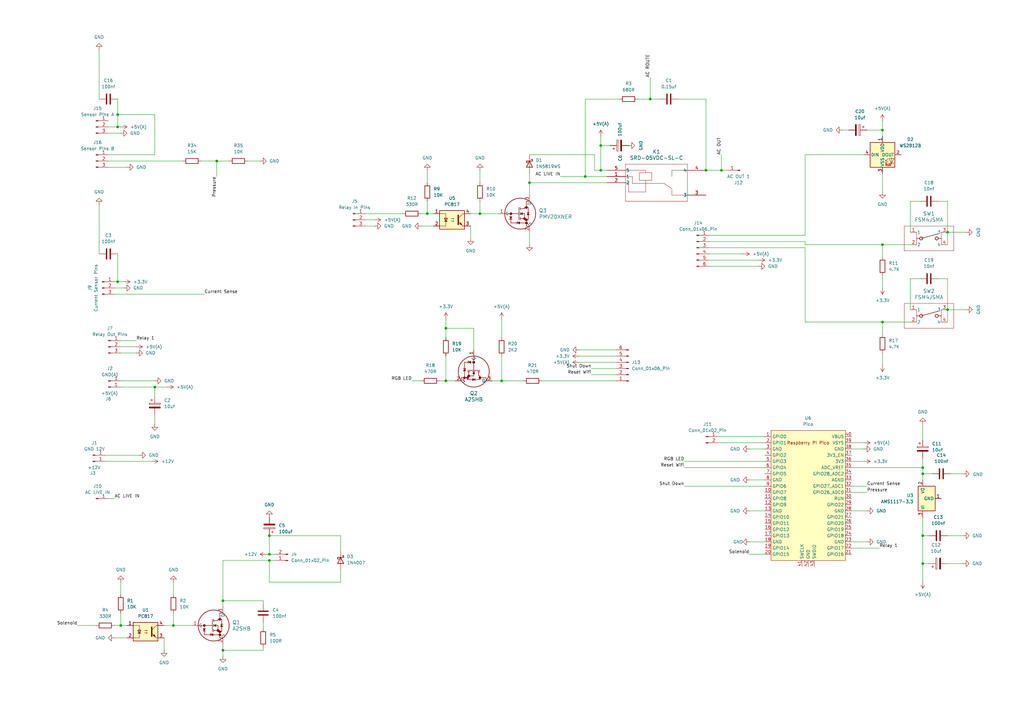
<source format=kicad_sch>
(kicad_sch (version 20231120) (generator "eeschema") (generator_version "8.0")
  (paper "A3")
  (junction (at 88.9 66.04))
  (junction (at 378.46 219.71))
  (junction (at 182.88 156.21))
  (junction (at 240.03 72.39))
  (junction (at 63.5 158.75))
  (junction (at 71.12 256.54))
  (junction (at 289.56 69.85))
  (junction (at 91.44 246.38))
  (junction (at 295.91 69.85))
  (junction (at 361.95 53.34))
  (junction (at 91.44 266.7))
  (junction (at 378.46 231.14))
  (junction (at 196.85 87.63))
  (junction (at 110.49 229.87))
  (junction (at 48.26 52.07))
  (junction (at 361.95 132.08))
  (junction (at 246.38 59.69))
  (junction (at 205.74 156.21))
  (junction (at 388.62 95.25))
  (junction (at 110.49 219.71))
  (junction (at 175.26 87.63))
  (junction (at 246.38 69.85))
  (junction (at 361.95 100.33))
  (junction (at 378.46 194.31))
  (junction (at 110.49 227.33))
  (junction (at 378.46 191.77))
  (junction (at 48.26 46.99))
  (junction (at 49.53 256.54))
  (junction (at 217.17 74.93))
  (junction (at 266.7 40.64))
  (junction (at 182.88 134.62))
  (junction (at 388.62 127))
  (junction (at 48.26 115.57))
  (wire (pts (xy 88.9 66.04) (xy 88.9 72.39)))
  (wire (pts (xy 194.31 134.62) (xy 182.88 134.62)))
  (wire (pts (xy 345.44 53.34) (xy 347.98 53.34)))
  (wire (pts (xy 48.26 40.64) (xy 48.26 46.99)))
  (wire (pts (xy 246.38 59.69) (xy 246.38 69.85)))
  (wire (pts (xy 349.25 222.25) (xy 355.6 222.25)))
  (wire (pts (xy 44.45 54.61) (xy 49.53 54.61)))
  (wire (pts (xy 237.49 143.51) (xy 252.73 143.51)))
  (wire (pts (xy 261.62 40.64) (xy 266.7 40.64)))
  (wire (pts (xy 290.83 109.22) (xy 311.15 109.22)))
  (wire (pts (xy 217.17 63.5) (xy 243.84 63.5)))
  (wire (pts (xy 49.53 156.21) (xy 63.5 156.21)))
  (wire (pts (xy 242.57 151.13) (xy 252.73 151.13)))
  (wire (pts (xy 46.99 115.57) (xy 48.26 115.57)))
  (wire (pts (xy 246.38 69.85) (xy 248.92 69.85)))
  (wire (pts (xy 67.31 261.62) (xy 67.31 266.7)))
  (wire (pts (xy 378.46 219.71) (xy 381 219.71)))
  (wire (pts (xy 349.25 209.55) (xy 355.6 209.55)))
  (wire (pts (xy 361.95 132.08) (xy 361.95 137.16)))
  (wire (pts (xy 388.62 95.25) (xy 396.24 95.25)))
  (wire (pts (xy 172.72 87.63) (xy 175.26 87.63)))
  (wire (pts (xy 248.92 74.93) (xy 217.17 74.93)))
  (wire (pts (xy 307.34 222.25) (xy 313.69 222.25)))
  (wire (pts (xy 91.44 264.16) (xy 91.44 266.7)))
  (wire (pts (xy 217.17 95.25) (xy 217.17 100.33)))
  (wire (pts (xy 196.85 82.55) (xy 196.85 87.63)))
  (wire (pts (xy 67.31 256.54) (xy 71.12 256.54)))
  (wire (pts (xy 149.86 90.17) (xy 153.67 90.17)))
  (wire (pts (xy 48.26 46.99) (xy 48.26 52.07)))
  (wire (pts (xy 349.25 189.23) (xy 354.33 189.23)))
  (wire (pts (xy 44.45 63.5) (xy 63.5 63.5)))
  (wire (pts (xy 349.25 181.61) (xy 354.33 181.61)))
  (wire (pts (xy 307.34 209.55) (xy 313.69 209.55)))
  (wire (pts (xy 49.53 251.46) (xy 49.53 256.54)))
  (wire (pts (xy 229.87 72.39) (xy 240.03 72.39)))
  (wire (pts (xy 175.26 82.55) (xy 175.26 87.63)))
  (wire (pts (xy 48.26 52.07) (xy 49.53 52.07)))
  (wire (pts (xy 46.99 120.65) (xy 83.82 120.65)))
  (wire (pts (xy 242.57 153.67) (xy 252.73 153.67)))
  (wire (pts (xy 109.22 227.33) (xy 110.49 227.33)))
  (wire (pts (xy 205.74 146.05) (xy 205.74 156.21)))
  (wire (pts (xy 330.2 132.08) (xy 361.95 132.08)))
  (wire (pts (xy 307.34 184.15) (xy 313.69 184.15)))
  (wire (pts (xy 388.62 114.3) (xy 388.62 127)))
  (wire (pts (xy 378.46 231.14) (xy 378.46 238.76)))
  (wire (pts (xy 91.44 246.38) (xy 91.44 248.92)))
  (wire (pts (xy 373.38 82.55) (xy 373.38 95.25)))
  (wire (pts (xy 91.44 266.7) (xy 91.44 269.24)))
  (wire (pts (xy 388.62 127) (xy 396.24 127)))
  (wire (pts (xy 243.84 69.85) (xy 246.38 69.85)))
  (wire (pts (xy 295.91 69.85) (xy 298.45 69.85)))
  (wire (pts (xy 361.95 71.12) (xy 361.95 78.74)))
  (wire (pts (xy 290.83 101.6) (xy 330.2 101.6)))
  (wire (pts (xy 382.27 194.31) (xy 378.46 194.31)))
  (wire (pts (xy 107.95 255.27) (xy 107.95 257.81)))
  (wire (pts (xy 43.18 189.23) (xy 62.23 189.23)))
  (wire (pts (xy 180.34 156.21) (xy 182.88 156.21)))
  (wire (pts (xy 217.17 71.12) (xy 217.17 74.93)))
  (wire (pts (xy 290.83 104.14) (xy 304.8 104.14)))
  (wire (pts (xy 49.53 144.78) (xy 55.88 144.78)))
  (wire (pts (xy 44.45 204.47) (xy 46.99 204.47)))
  (wire (pts (xy 373.38 114.3) (xy 373.38 127)))
  (wire (pts (xy 182.88 156.21) (xy 186.69 156.21)))
  (wire (pts (xy 49.53 238.76) (xy 49.53 243.84)))
  (wire (pts (xy 388.62 95.25) (xy 388.62 100.33)))
  (wire (pts (xy 280.67 199.39) (xy 313.69 199.39)))
  (wire (pts (xy 330.2 96.52) (xy 330.2 63.5)))
  (wire (pts (xy 44.45 66.04) (xy 74.93 66.04)))
  (wire (pts (xy 196.85 87.63) (xy 204.47 87.63)))
  (wire (pts (xy 384.81 114.3) (xy 388.62 114.3)))
  (wire (pts (xy 63.5 158.75) (xy 63.5 162.56)))
  (wire (pts (xy 194.31 143.51) (xy 194.31 134.62)))
  (wire (pts (xy 110.49 219.71) (xy 110.49 227.33)))
  (wire (pts (xy 175.26 87.63) (xy 177.8 87.63)))
  (wire (pts (xy 110.49 229.87) (xy 113.03 229.87)))
  (wire (pts (xy 237.49 148.59) (xy 252.73 148.59)))
  (wire (pts (xy 237.49 146.05) (xy 252.73 146.05)))
  (wire (pts (xy 149.86 92.71) (xy 153.67 92.71)))
  (wire (pts (xy 182.88 130.81) (xy 182.88 134.62)))
  (wire (pts (xy 88.9 66.04) (xy 93.98 66.04)))
  (wire (pts (xy 182.88 146.05) (xy 182.88 156.21)))
  (wire (pts (xy 384.81 82.55) (xy 388.62 82.55)))
  (wire (pts (xy 182.88 134.62) (xy 182.88 138.43)))
  (wire (pts (xy 110.49 238.76) (xy 110.49 229.87)))
  (wire (pts (xy 49.53 139.7) (xy 55.88 139.7)))
  (wire (pts (xy 361.95 49.53) (xy 361.95 53.34)))
  (wire (pts (xy 246.38 59.69) (xy 250.19 59.69)))
  (wire (pts (xy 107.95 266.7) (xy 91.44 266.7)))
  (wire (pts (xy 71.12 251.46) (xy 71.12 256.54)))
  (wire (pts (xy 361.95 100.33) (xy 361.95 105.41)))
  (wire (pts (xy 139.7 233.68) (xy 139.7 238.76)))
  (wire (pts (xy 44.45 68.58) (xy 52.07 68.58)))
  (wire (pts (xy 349.25 184.15) (xy 354.33 184.15)))
  (wire (pts (xy 330.2 63.5) (xy 354.33 63.5)))
  (wire (pts (xy 330.2 101.6) (xy 330.2 132.08)))
  (wire (pts (xy 378.46 173.99) (xy 378.46 180.34)))
  (wire (pts (xy 278.13 40.64) (xy 289.56 40.64)))
  (wire (pts (xy 46.99 256.54) (xy 49.53 256.54)))
  (wire (pts (xy 388.62 219.71) (xy 394.97 219.71)))
  (wire (pts (xy 289.56 40.64) (xy 289.56 69.85)))
  (wire (pts (xy 46.99 118.11) (xy 50.8 118.11)))
  (wire (pts (xy 49.53 158.75) (xy 63.5 158.75)))
  (wire (pts (xy 101.6 66.04) (xy 106.68 66.04)))
  (wire (pts (xy 377.19 82.55) (xy 373.38 82.55)))
  (wire (pts (xy 388.62 127) (xy 388.62 132.08)))
  (wire (pts (xy 201.93 156.21) (xy 205.74 156.21)))
  (wire (pts (xy 330.2 100.33) (xy 361.95 100.33)))
  (wire (pts (xy 196.85 69.85) (xy 196.85 74.93)))
  (wire (pts (xy 172.72 92.71) (xy 177.8 92.71)))
  (wire (pts (xy 307.34 196.85) (xy 313.69 196.85)))
  (wire (pts (xy 243.84 63.5) (xy 243.84 69.85)))
  (wire (pts (xy 63.5 63.5) (xy 63.5 46.99)))
  (wire (pts (xy 378.46 191.77) (xy 349.25 191.77)))
  (wire (pts (xy 266.7 31.75) (xy 266.7 40.64)))
  (wire (pts (xy 139.7 226.06) (xy 139.7 219.71)))
  (wire (pts (xy 110.49 227.33) (xy 113.03 227.33)))
  (wire (pts (xy 361.95 144.78) (xy 361.95 149.86)))
  (wire (pts (xy 349.25 199.39) (xy 355.6 199.39)))
  (wire (pts (xy 107.95 246.38) (xy 91.44 246.38)))
  (wire (pts (xy 330.2 99.06) (xy 330.2 100.33)))
  (wire (pts (xy 205.74 130.81) (xy 205.74 138.43)))
  (wire (pts (xy 349.25 224.79) (xy 360.68 224.79)))
  (wire (pts (xy 361.95 132.08) (xy 373.38 132.08)))
  (wire (pts (xy 40.64 20.32) (xy 40.64 40.64)))
  (wire (pts (xy 44.45 52.07) (xy 48.26 52.07)))
  (wire (pts (xy 240.03 72.39) (xy 248.92 72.39)))
  (wire (pts (xy 168.91 156.21) (xy 172.72 156.21)))
  (wire (pts (xy 254 40.64) (xy 240.03 40.64)))
  (wire (pts (xy 294.64 181.61) (xy 313.69 181.61)))
  (wire (pts (xy 290.83 96.52) (xy 330.2 96.52)))
  (wire (pts (xy 378.46 194.31) (xy 378.46 191.77)))
  (wire (pts (xy 378.46 196.85) (xy 378.46 194.31)))
  (wire (pts (xy 40.64 83.82) (xy 40.64 104.14)))
  (wire (pts (xy 361.95 100.33) (xy 373.38 100.33)))
  (wire (pts (xy 295.91 63.5) (xy 295.91 69.85)))
  (wire (pts (xy 49.53 256.54) (xy 52.07 256.54)))
  (wire (pts (xy 43.18 186.69) (xy 57.15 186.69)))
  (wire (pts (xy 378.46 212.09) (xy 378.46 219.71)))
  (wire (pts (xy 205.74 156.21) (xy 214.63 156.21)))
  (wire (pts (xy 246.38 55.88) (xy 246.38 59.69)))
  (wire (pts (xy 294.64 179.07) (xy 313.69 179.07)))
  (wire (pts (xy 63.5 158.75) (xy 68.58 158.75)))
  (wire (pts (xy 48.26 104.14) (xy 48.26 115.57)))
  (wire (pts (xy 280.67 191.77) (xy 313.69 191.77)))
  (wire (pts (xy 388.62 231.14) (xy 394.97 231.14)))
  (wire (pts (xy 107.95 247.65) (xy 107.95 246.38)))
  (wire (pts (xy 389.89 194.31) (xy 394.97 194.31)))
  (wire (pts (xy 290.83 106.68) (xy 311.15 106.68)))
  (wire (pts (xy 361.95 53.34) (xy 361.95 55.88)))
  (wire (pts (xy 289.56 69.85) (xy 295.91 69.85)))
  (wire (pts (xy 307.34 227.33) (xy 313.69 227.33)))
  (wire (pts (xy 361.95 113.03) (xy 361.95 118.11)))
  (wire (pts (xy 91.44 229.87) (xy 110.49 229.87)))
  (wire (pts (xy 149.86 87.63) (xy 165.1 87.63)))
  (wire (pts (xy 217.17 74.93) (xy 217.17 80.01)))
  (wire (pts (xy 266.7 40.64) (xy 270.51 40.64)))
  (wire (pts (xy 46.99 261.62) (xy 52.07 261.62)))
  (wire (pts (xy 290.83 99.06) (xy 330.2 99.06)))
  (wire (pts (xy 82.55 66.04) (xy 88.9 66.04)))
  (wire (pts (xy 139.7 238.76) (xy 110.49 238.76)))
  (wire (pts (xy 49.53 142.24) (xy 55.88 142.24)))
  (wire (pts (xy 193.04 87.63) (xy 196.85 87.63)))
  (wire (pts (xy 349.25 201.93) (xy 355.6 201.93)))
  (wire (pts (xy 71.12 256.54) (xy 78.74 256.54)))
  (wire (pts (xy 71.12 238.76) (xy 71.12 243.84)))
  (wire (pts (xy 280.67 189.23) (xy 313.69 189.23)))
  (wire (pts (xy 91.44 229.87) (xy 91.44 246.38)))
  (wire (pts (xy 48.26 115.57) (xy 50.8 115.57)))
  (wire (pts (xy 377.19 114.3) (xy 373.38 114.3)))
  (wire (pts (xy 175.26 69.85) (xy 175.26 74.93)))
  (wire (pts (xy 378.46 187.96) (xy 378.46 191.77)))
  (wire (pts (xy 355.6 53.34) (xy 361.95 53.34)))
  (wire (pts (xy 63.5 46.99) (xy 48.26 46.99)))
  (wire (pts (xy 240.03 40.64) (xy 240.03 72.39)))
  (wire (pts (xy 31.75 256.54) (xy 39.37 256.54)))
  (wire (pts (xy 378.46 219.71) (xy 378.46 231.14)))
  (wire (pts (xy 63.5 170.18) (xy 63.5 173.99)))
  (wire (pts (xy 193.04 92.71) (xy 193.04 97.79)))
  (wire (pts (xy 107.95 265.43) (xy 107.95 266.7)))
  (wire (pts (xy 222.25 156.21) (xy 252.73 156.21)))
  (wire (pts (xy 378.46 231.14) (xy 381 231.14)))
  (wire (pts (xy 388.62 82.55) (xy 388.62 95.25)))
  (wire (pts (xy 110.49 219.71) (xy 139.7 219.71)))
  (label "Current Sense" (at 83.82 120.65 0))
  (label "Pressure" (at 88.9 72.39 270))
  (label "Current Sense" (at 355.6 199.39 0))
  (label "Relay 1" (at 360.68 224.79 0))
  (label "Shut Down" (at 242.57 151.13 180))
  (label "Reset Wifi" (at 242.57 153.67 180))
  (label "Solenoid" (at 31.75 256.54 180))
  (label "RGB LED" (at 168.91 156.21 180))
  (label "Reset Wifi" (at 280.67 191.77 180))
  (label "Shut Down" (at 280.67 199.39 180))
  (label "AC OUT" (at 295.91 63.5 90))
  (label "AC ROUTE" (at 266.7 31.75 90))
  (label "Pressure" (at 355.6 201.93 0))
  (label "RGB LED" (at 280.67 189.23 180))
  (label "AC LIVE IN" (at 229.87 72.39 180))
  (label "AC LIVE IN" (at 46.99 204.47 0))
  (label "Solenoid" (at 307.34 227.33 180))
  (label "Relay 1" (at 55.88 139.7 0))
  (symbol (lib_id "Device:C_Polarized") (at 63.5 166.37 0) (unit 1)
    (property "Reference" "C2" (at 67.31 164.2109 0) (effects (justify left)))
    (property "Value" "10uf" (at 67.31 166.7509 0) (effects (justify left)))
    (property "Footprint" "Capacitor_SMD:CP_Elec_4x5.4" (effects (hide yes)))
    (property "Description" "Polarized capacitor" (effects (hide yes)))
  )
  (symbol (lib_id "power:GND") (at 396.24 95.25 90) (unit 1)
    (property "Reference" "#PWR046" (effects (hide yes)))
    (property "Value" "GND" (at 401.32 95.25 0))
    (property "Description" "Power symbol creates a global label with name \"GND\" , ground" (effects (hide yes)))
  )
  (symbol (lib_id "power:GND") (at 394.97 219.71 90) (unit 1)
    (property "Reference" "#PWR022" (effects (hide yes)))
    (property "Value" "GND" (at 398.78 219.7099 90) (effects (justify right)))
    (property "Description" "Power symbol creates a global label with name \"GND\" , ground" (effects (hide yes)))
  )
  (symbol (lib_id "power:+3.3V") (at 50.8 115.57 270) (unit 1)
    (property "Reference" "#PWR020" (effects (hide yes)))
    (property "Value" "+3.3V" (at 54.61 115.5699 90) (effects (justify left)))
    (property "Description" "Power symbol creates a global label with name \"+3.3V\"" (effects (hide yes)))
  )
  (symbol (lib_id "power:GND") (at 257.81 59.69 90) (unit 1)
    (property "Reference" "#PWR014" (effects (hide yes)))
    (property "Value" "GND" (at 262.89 59.69 0))
    (property "Description" "Power symbol creates a global label with name \"GND\" , ground" (effects (hide yes)))
  )
  (symbol (lib_id "Device:R") (at 218.44 156.21 270) (unit 1)
    (property "Reference" "R21" (at 218.44 149.86 90))
    (property "Value" "470R" (at 218.44 152.4 90))
    (property "Footprint" "Resistor_SMD:R_1206_3216Metric_Pad1.30x1.75mm_HandSolder" (effects (hide yes)))
    (property "Description" "Resistor" (effects (hide yes)))
  )
  (symbol (lib_id "Device:C") (at 381 114.3 90) (unit 1)
    (property "Reference" "C19" (at 381 106.68 90))
    (property "Value" "10nf" (at 381 109.22 90))
    (property "Footprint" "Capacitor_SMD:C_1206_3216Metric_Pad1.33x1.80mm_HandSolder" (effects (hide yes)))
    (property "Description" "Unpolarized capacitor" (effects (hide yes)))
  )
  (symbol (lib_id "power:+5V") (at 237.49 148.59 90) (unit 1)
    (property "Reference" "#PWR033" (effects (hide yes)))
    (property "Value" "+5V(A)" (at 233.68 148.5899 90) (effects (justify left)))
    (property "Description" "Power symbol creates a global label with name \"+5V\"" (effects (hide yes)))
  )
  (symbol (lib_id "LED:WS2812B") (at 361.95 63.5 0) (unit 1)
    (property "Reference" "D2" (at 373.38 57.1814 0))
    (property "Value" "WS2812B" (at 373.38 59.7214 0))
    (property "Footprint" "LED_SMD:LED_WS2812B_PLCC4_5.0x5.0mm_P3.2mm" (effects (hide yes)))
    (property "Datasheet" "https://cdn-shop.adafruit.com/datasheets/WS2812B.pdf" (effects (hide yes)))
    (property "Description" "RGB LED with integrated controller" (effects (hide yes)))
  )
  (symbol (lib_id "power:GND") (at 361.95 78.74 0) (unit 1)
    (property "Reference" "#PWR052" (effects (hide yes)))
    (property "Value" "GND" (at 361.95 83.82 0))
    (property "Description" "Power symbol creates a global label with name \"GND\" , ground" (effects (hide yes)))
  )
  (symbol (lib_id "Connector:Conn_01x03_Pin") (at 44.45 142.24 0) (unit 1)
    (property "Reference" "J7" (at 45.085 134.62 0))
    (property "Value" "Relay Out Pins" (at 45.085 137.16 0))
    (property "Footprint" "SMD-Connectors:SMD-PinHeader_1x03_P2.54mm_Vertical" (effects (hide yes)))
    (property "Description" "Generic connector, single row, 01x03, script generated" (effects (hide yes)))
  )
  (symbol (lib_id "Device:C_Polarized") (at 254 59.69 90) (unit 1)
    (property "Reference" "C6" (at 254.3811 63.5 0) (effects (justify right)))
    (property "Value" "100uf" (at 254.254 50.292 0) (effects (justify right)))
    (property "Footprint" "Capacitor_SMD:CP_Elec_10x10.5" (effects (hide yes)))
    (property "Description" "Polarized capacitor" (effects (hide yes)))
  )
  (symbol (lib_id "power:GND") (at 355.6 209.55 90) (unit 1)
    (property "Reference" "#PWR038" (effects (hide yes)))
    (property "Value" "GND" (at 359.41 209.5499 90) (effects (justify right)))
    (property "Description" "Power symbol creates a global label with name \"GND\" , ground" (effects (hide yes)))
  )
  (symbol (lib_id "Device:R") (at 43.18 256.54 270) (unit 1)
    (property "Reference" "R4" (at 43.18 250.19 90))
    (property "Value" "330R" (at 43.18 252.73 90))
    (property "Footprint" "Resistor_SMD:R_1206_3216Metric_Pad1.30x1.75mm_HandSolder" (effects (hide yes)))
    (property "Description" "Resistor" (effects (hide yes)))
  )
  (symbol (lib_id "Device:R") (at 361.95 109.22 180) (unit 1)
    (property "Reference" "R11" (at 364.49 107.9499 0) (effects (justify right)))
    (property "Value" "4.7K" (at 364.49 110.4899 0) (effects (justify right)))
    (property "Footprint" "Resistor_SMD:R_1206_3216Metric_Pad1.30x1.75mm_HandSolder" (effects (hide yes)))
    (property "Description" "Resistor" (effects (hide yes)))
  )
  (symbol (lib_id "Connector:Conn_01x01_Pin") (at 38.1 186.69 0) (unit 1)
    (property "Reference" "J1" (at 38.735 181.61 0))
    (property "Value" "GND 12V" (at 38.735 184.15 0))
    (property "Footprint" "Connector_Wire:SolderWirePad_1x01_SMD_5x10mm" (effects (hide yes)))
    (property "Description" "Generic connector, single row, 01x01, script generated" (effects (hide yes)))
  )
  (symbol (lib_id "power:+5V") (at 354.33 181.61 270) (unit 1)
    (property "Reference" "#PWR023" (effects (hide yes)))
    (property "Value" "+5V(A)" (at 358.14 181.6099 90) (effects (justify left)))
    (property "Description" "Power symbol creates a global label with name \"+5V\"" (effects (hide yes)))
  )
  (symbol (lib_id "power:GND") (at 55.88 144.78 90) (unit 1)
    (property "Reference" "#PWR058" (effects (hide yes)))
    (property "Value" "GND" (at 59.69 144.7799 90) (effects (justify right)))
    (property "Description" "Power symbol creates a global label with name \"GND\" , ground" (effects (hide yes)))
  )
  (symbol (lib_id "Diode:B130-E3") (at 139.7 229.87 270) (unit 1)
    (property "Reference" "D3" (at 142.24 228.2824 90) (effects (justify left)))
    (property "Value" "1N4007" (at 142.24 230.8224 90) (effects (justify left)))
    (property "Footprint" "Diode_SMD:D_SMA" (effects (hide yes)))
    (property "Datasheet" "http://www.vishay.com/docs/88946/b120.pdf" (effects (hide yes)))
    (property "Description" "30V 1A Schottky Barrier Rectifier Diode, SMA(DO-214AC)" (effects (hide yes)))
  )
  (symbol (lib_id "power:+3.3V") (at 311.15 106.68 270) (unit 1)
    (property "Reference" "#PWR015" (effects (hide yes)))
    (property "Value" "+3.3V" (at 314.96 106.6799 90) (effects (justify left)))
    (property "Description" "Power symbol creates a global label with name \"+3.3V\"" (effects (hide yes)))
  )
  (symbol (lib_id "Regulator_Linear:AMS1117-3.3") (at 378.46 204.47 90) (unit 1)
    (property "Reference" "U3" (at 374.65 203.1999 90) (effects (justify left)))
    (property "Value" "AMS1117-3.3" (at 374.65 205.7399 90) (effects (justify left)))
    (property "Footprint" "Package_TO_SOT_SMD:SOT-223-3_TabPin2" (effects (hide yes)))
    (property "Datasheet" "http://www.advanced-monolithic.com/pdf/ds1117.pdf" (effects (hide yes)))
    (property "Description" "1A Low Dropout regulator, positive, 3.3V fixed output, SOT-223" (effects (hide yes)))
  )
  (symbol (lib_id "Device:R") (at 205.74 142.24 0) (unit 1)
    (property "Reference" "R20" (at 208.28 140.9699 0) (effects (justify left)))
    (property "Value" "2K2" (at 208.28 143.5099 0) (effects (justify left)))
    (property "Footprint" "Resistor_SMD:R_1206_3216Metric_Pad1.30x1.75mm_HandSolder" (effects (hide yes)))
    (property "Description" "Resistor" (effects (hide yes)))
  )
  (symbol (lib_id "Connector:Conn_01x02_Pin") (at 289.56 179.07 0) (unit 1)
    (property "Reference" "J11" (at 290.195 173.99 0))
    (property "Value" "Conn_01x02_Pin" (at 290.195 176.53 0))
    (property "Footprint" "SMD-Connectors:SMD-PinHeader_1x02_P2.54mm_Vertical" (effects (hide yes)))
    (property "Description" "Generic connector, single row, 01x02, script generated" (effects (hide yes)))
  )
  (symbol (lib_id "Device:R") (at 107.95 261.62 0) (unit 1)
    (property "Reference" "R5" (at 110.49 260.3499 0) (effects (justify left)))
    (property "Value" "100R" (at 110.49 262.8899 0) (effects (justify left)))
    (property "Footprint" "Resistor_SMD:R_2512_6332Metric_Pad1.40x3.35mm_HandSolder" (effects (hide yes)))
    (property "Description" "Resistor" (effects (hide yes)))
  )
  (symbol (lib_id "power:+5V") (at 205.74 130.81 0) (unit 1)
    (property "Reference" "#PWR054" (effects (hide yes)))
    (property "Value" "+5V(A)" (at 205.74 125.73 0))
    (property "Description" "Power symbol creates a global label with name \"+5V\"" (effects (hide yes)))
  )
  (symbol (lib_id "power:GND") (at 378.46 173.99 180) (unit 1)
    (property "Reference" "#PWR045" (effects (hide yes)))
    (property "Value" "GND" (at 378.46 168.91 0))
    (property "Description" "Power symbol creates a global label with name \"GND\" , ground" (effects (hide yes)))
  )
  (symbol (lib_id "ul_PMV20XNER:PMV20XNER") (at 78.74 256.54 0) (unit 1)
    (property "Reference" "Q1" (at 95.25 255.2699 0) (effects (font (size 1.524 1.524)) (justify left)))
    (property "Value" "A2SHB" (at 95.25 257.8099 0) (effects (font (size 1.524 1.524)) (justify left)))
    (property "Footprint" "SOT23-TO-236AB_NEX" (effects (hide yes)))
    (property "Datasheet" "PMV20XNER" (effects (hide yes)))
  )
  (symbol (lib_id "power:GND") (at 217.17 100.33 0) (unit 1)
    (property "Reference" "#PWR040" (effects (hide yes)))
    (property "Value" "GND" (effects (hide yes)))
    (property "Description" "Power symbol creates a global label with name \"GND\" , ground" (effects (hide yes)))
  )
  (symbol (lib_id "power:GND") (at 57.15 186.69 90) (unit 1)
    (property "Reference" "#PWR08" (effects (hide yes)))
    (property "Value" "GND" (at 60.96 186.6899 90) (effects (justify right)))
    (property "Description" "Power symbol creates a global label with name \"GND\" , ground" (effects (hide yes)))
  )
  (symbol (lib_id "power:+3.3V") (at 361.95 118.11 180) (unit 1)
    (property "Reference" "#PWR047" (effects (hide yes)))
    (property "Value" "+3.3V" (at 361.95 123.19 0))
    (property "Description" "Power symbol creates a global label with name \"+3.3V\"" (effects (hide yes)))
  )
  (symbol (lib_id "FSM4JSMA:FSM4JSMA") (at 373.38 127 0) (unit 1)
    (property "Reference" "SW2" (at 381 119.38 0) (effects (font (size 1.524 1.524))))
    (property "Value" "FSM4JSMA" (at 381 121.92 0) (effects (font (size 1.524 1.524))))
    (property "Footprint" "SW4_FSM4JSMA_TEC" (effects (hide yes)))
    (property "Datasheet" "FSM4JSMA" (effects (hide yes)))
  )
  (symbol (lib_id "power:GND") (at 307.34 196.85 270) (unit 1)
    (property "Reference" "#PWR032" (effects (hide yes)))
    (property "Value" "GND" (at 303.53 196.8499 90) (effects (justify right)))
    (property "Description" "Power symbol creates a global label with name \"GND\" , ground" (effects (hide yes)))
  )
  (symbol (lib_id "power:GND") (at 193.04 97.79 0) (unit 1)
    (property "Reference" "#PWR039" (effects (hide yes)))
    (property "Value" "GND" (at 193.04 102.87 0))
    (property "Description" "Power symbol creates a global label with name \"GND\" , ground" (effects (hide yes)))
  )
  (symbol (lib_id "power:GND") (at 49.53 54.61 90) (unit 1)
    (property "Reference" "#PWR066" (effects (hide yes)))
    (property "Value" "GND" (at 53.34 54.6099 90) (effects (justify right)))
    (property "Description" "Power symbol creates a global label with name \"GND\" , ground" (effects (hide yes)))
  )
  (symbol (lib_id "Device:R") (at 196.85 78.74 0) (unit 1)
    (property "Reference" "R10" (at 199.39 77.4699 0) (effects (justify left)))
    (property "Value" "10K" (at 199.39 80.0099 0) (effects (justify left)))
    (property "Footprint" "Resistor_SMD:R_1206_3216Metric_Pad1.30x1.75mm_HandSolder" (effects (hide yes)))
    (property "Description" "Resistor" (effects (hide yes)))
  )
  (symbol (lib_id "Device:C_Polarized") (at 378.46 184.15 0) (unit 1)
    (property "Reference" "C11" (at 382.27 181.9909 0) (effects (justify left)))
    (property "Value" "10uf" (at 382.27 184.5309 0) (effects (justify left)))
    (property "Footprint" "Capacitor_SMD:CP_Elec_4x5.4" (effects (hide yes)))
    (property "Description" "Polarized capacitor" (effects (hide yes)))
  )
  (symbol (lib_id "power:+5V") (at 361.95 49.53 0) (unit 1)
    (property "Reference" "#PWR050" (effects (hide yes)))
    (property "Value" "+5V(A)" (at 361.95 44.45 0))
    (property "Description" "Power symbol creates a global label with name \"+5V\"" (effects (hide yes)))
  )
  (symbol (lib_id "Device:R") (at 49.53 247.65 0) (unit 1)
    (property "Reference" "R1" (at 52.07 246.3799 0) (effects (justify left)))
    (property "Value" "10K" (at 52.07 248.9199 0) (effects (justify left)))
    (property "Footprint" "Resistor_SMD:R_1206_3216Metric_Pad1.30x1.75mm_HandSolder" (effects (hide yes)))
    (property "Description" "Resistor" (effects (hide yes)))
  )
  (symbol (lib_id "Connector:Conn_01x01_Pin") (at 44.45 158.75 0) (unit 1)
    (property "Reference" "J6" (at 44.45 163.576 0))
    (property "Value" "+5V(A)" (at 44.958 161.29 0))
    (property "Footprint" "Connector_Wire:SolderWirePad_1x01_SMD_5x10mm" (effects (hide yes)))
    (property "Description" "Generic connector, single row, 01x01, script generated" (effects (hide yes)))
  )
  (symbol (lib_id "Isolator:PC817") (at 59.69 259.08 0) (unit 1)
    (property "Reference" "U1" (at 59.69 250.19 0))
    (property "Value" "PC817" (at 59.69 252.73 0))
    (property "Footprint" "Package_SO:SOP-4_4.4x2.6mm_P1.27mm" (effects (hide yes)))
    (property "Datasheet" "http://www.soselectronic.cz/a_info/resource/d/pc817.pdf" (effects (hide yes)))
    (property "Description" "DC Optocoupler, Vce 35V, CTR 50-300%, DIP-4" (effects (hide yes)))
  )
  (symbol (lib_id "Connector:Conn_01x01_Pin") (at 44.45 156.21 0) (unit 1)
    (property "Reference" "J2" (at 45.085 151.13 0))
    (property "Value" "GND(A)" (at 45.085 153.67 0))
    (property "Footprint" "Connector_Wire:SolderWirePad_1x01_SMD_5x10mm" (effects (hide yes)))
    (property "Description" "Generic connector, single row, 01x01, script generated" (effects (hide yes)))
  )
  (symbol (lib_id "Device:C") (at 386.08 194.31 90) (unit 1)
    (property "Reference" "C14" (at 386.08 186.69 90))
    (property "Value" "100nf" (at 386.08 189.23 90))
    (property "Footprint" "Capacitor_SMD:C_1206_3216Metric_Pad1.33x1.80mm_HandSolder" (effects (hide yes)))
    (property "Description" "Unpolarized capacitor" (effects (hide yes)))
  )
  (symbol (lib_id "Device:R") (at 176.53 156.21 270) (unit 1)
    (property "Reference" "R18" (at 176.53 149.86 90))
    (property "Value" "470R" (at 176.53 152.4 90))
    (property "Footprint" "Resistor_SMD:R_1206_3216Metric_Pad1.30x1.75mm_HandSolder" (effects (hide yes)))
    (property "Description" "Resistor" (effects (hide yes)))
  )
  (symbol (lib_id "ul_PMV20XNER:PMV20XNER") (at 204.47 87.63 0) (unit 1)
    (property "Reference" "Q3" (at 220.98 86.3599 0) (effects (font (size 1.524 1.524)) (justify left)))
    (property "Value" "PMV20XNER" (at 220.98 88.8999 0) (effects (font (size 1.524 1.524)) (justify left)))
    (property "Footprint" "SOT23-TO-236AB_NEX" (effects (hide yes)))
    (property "Datasheet" "PMV20XNER" (effects (hide yes)))
  )
  (symbol (lib_id "Device:C_Polarized") (at 351.79 53.34 270) (unit 1)
    (property "Reference" "C20" (at 352.679 45.72 90))
    (property "Value" "10uf" (at 352.679 48.26 90))
    (property "Footprint" "Capacitor_SMD:CP_Elec_4x5.4" (effects (hide yes)))
    (property "Description" "Polarized capacitor" (effects (hide yes)))
  )
  (symbol (lib_id "Connector:Conn_01x06_Pin") (at 257.81 151.13 180) (unit 1)
    (property "Reference" "J13" (at 259.08 148.5899 0) (effects (justify right)))
    (property "Value" "Conn_01x06_Pin" (at 259.08 151.1299 0) (effects (justify right)))
    (property "Footprint" "SMD-Connectors:SMD-PinHeader_1x06_P2.54mm_Vertical" (effects (hide yes)))
    (property "Description" "Generic connector, single row, 01x06, script generated" (effects (hide yes)))
  )
  (symbol (lib_id "power:GND") (at 106.68 66.04 90) (unit 1)
    (property "Reference" "#PWR010" (effects (hide yes)))
    (property "Value" "GND" (at 110.49 66.0399 90) (effects (justify right)))
    (property "Description" "Power symbol creates a global label with name \"GND\" , ground" (effects (hide yes)))
  )
  (symbol (lib_id "power:GND") (at 172.72 92.71 270) (unit 1)
    (property "Reference" "#PWR036" (effects (hide yes)))
    (property "Value" "GND" (at 168.91 92.7099 90) (effects (justify right)))
    (property "Description" "Power symbol creates a global label with name \"GND\" , ground" (effects (hide yes)))
  )
  (symbol (lib_id "power:GND") (at 307.34 222.25 270) (unit 1)
    (property "Reference" "#PWR041" (effects (hide yes)))
    (property "Value" "GND" (at 304.8 222.2499 90) (effects (justify right)))
    (property "Description" "Power symbol creates a global label with name \"GND\" , ground" (effects (hide yes)))
  )
  (symbol (lib_id "power:+3.3V") (at 182.88 130.81 0) (unit 1)
    (property "Reference" "#PWR055" (effects (hide yes)))
    (property "Value" "+3.3V" (at 182.88 125.73 0))
    (property "Description" "Power symbol creates a global label with name \"+3.3V\"" (effects (hide yes)))
  )
  (symbol (lib_id "Connector:Conn_01x03_Pin") (at 41.91 118.11 0) (unit 1)
    (property "Reference" "J9" (at 36.83 118.11 90))
    (property "Value" "Current Sensor Pins" (at 39.37 118.11 90))
    (property "Footprint" "SMD-Connectors:SMD-PinHeader_1x03_P2.54mm_Vertical" (effects (hide yes)))
    (property "Description" "Generic connector, single row, 01x03, script generated" (effects (hide yes)))
  )
  (symbol (lib_id "Device:R") (at 97.79 66.04 270) (unit 1)
    (property "Reference" "R35" (at 97.79 59.69 90))
    (property "Value" "10K" (at 97.79 62.23 90))
    (property "Footprint" "Resistor_SMD:R_1206_3216Metric_Pad1.30x1.75mm_HandSolder" (effects (hide yes)))
    (property "Description" "Resistor" (effects (hide yes)))
  )
  (symbol (lib_id "Connector:Conn_01x03_Pin") (at 144.78 90.17 0) (unit 1)
    (property "Reference" "J5" (at 145.415 82.55 0))
    (property "Value" "Relay In Pins" (at 145.415 85.09 0))
    (property "Footprint" "SMD-Connectors:SMD-PinHeader_1x03_P2.54mm_Vertical" (effects (hide yes)))
    (property "Description" "Generic connector, single row, 01x03, script generated" (effects (hide yes)))
  )
  (symbol (lib_id "power:GND") (at 345.44 53.34 270) (unit 1)
    (property "Reference" "#PWR051" (effects (hide yes)))
    (property "Value" "GND" (at 341.63 53.3399 90) (effects (justify right)))
    (property "Description" "Power symbol creates a global label with name \"GND\" , ground" (effects (hide yes)))
  )
  (symbol (lib_id "Device:R") (at 168.91 87.63 270) (unit 1)
    (property "Reference" "R12" (at 168.91 81.28 90))
    (property "Value" "330R" (at 168.91 83.82 90))
    (property "Footprint" "Resistor_SMD:R_1206_3216Metric_Pad1.30x1.75mm_HandSolder" (effects (hide yes)))
    (property "Description" "Resistor" (effects (hide yes)))
  )
  (symbol (lib_id "power:GND") (at 50.8 118.11 90) (unit 1)
    (property "Reference" "#PWR021" (effects (hide yes)))
    (property "Value" "GND" (at 54.61 118.1099 90) (effects (justify right)))
    (property "Description" "Power symbol creates a global label with name \"GND\" , ground" (effects (hide yes)))
  )
  (symbol (lib_id "power:GND") (at 307.34 209.55 270) (unit 1)
    (property "Reference" "#PWR037" (effects (hide yes)))
    (property "Value" "GND" (at 303.53 209.5499 90) (effects (justify right)))
    (property "Description" "Power symbol creates a global label with name \"GND\" , ground" (effects (hide yes)))
  )
  (symbol (lib_id "power:+5V") (at 109.22 227.33 90) (unit 1)
    (property "Reference" "#PWR011" (effects (hide yes)))
    (property "Value" "+12V" (at 105.41 227.3299 90) (effects (justify left)))
    (property "Description" "Power symbol creates a global label with name \"+5V\"" (effects (hide yes)))
  )
  (symbol (lib_id "Device:R") (at 182.88 142.24 0) (unit 1)
    (property "Reference" "R19" (at 185.42 140.9699 0) (effects (justify left)))
    (property "Value" "10K" (at 185.42 143.5099 0) (effects (justify left)))
    (property "Footprint" "Resistor_SMD:R_1206_3216Metric_Pad1.30x1.75mm_HandSolder" (effects (hide yes)))
    (property "Description" "Resistor" (effects (hide yes)))
  )
  (symbol (lib_id "Raspberry Pi Pico:Pico") (at 331.47 203.2 0) (unit 1)
    (property "Reference" "U6" (at 331.47 171.45 0))
    (property "Value" "Pico" (at 331.47 173.99 0))
    (property "Footprint" "Raspberry Pi Pico:RPi_Pico_SMD" (effects (hide yes)))
  )
  (symbol (lib_id "power:GND") (at 52.07 68.58 90) (unit 1)
    (property "Reference" "#PWR067" (effects (hide yes)))
    (property "Value" "GND" (at 55.88 68.5799 90) (effects (justify right)))
    (property "Description" "Power symbol creates a global label with name \"GND\" , ground" (effects (hide yes)))
  )
  (symbol (lib_id "power:+5V") (at 68.58 158.75 270) (unit 1)
    (property "Reference" "#PWR06" (effects (hide yes)))
    (property "Value" "+5V(A)" (at 72.39 158.7499 90) (effects (justify left)))
    (property "Description" "Power symbol creates a global label with name \"+5V\"" (effects (hide yes)))
  )
  (symbol (lib_id "ul_PMV20XNER:PMV20XNER") (at 194.31 143.51 270) (unit 1)
    (property "Reference" "Q2" (at 194.31 161.29 90) (effects (font (size 1.524 1.524))))
    (property "Value" "A2SHB" (at 194.31 163.83 90) (effects (font (size 1.524 1.524))))
    (property "Footprint" "SOT23-TO-236AB_NEX" (effects (hide yes)))
    (property "Datasheet" "PMV20XNER" (effects (hide yes)))
  )
  (symbol (lib_id "Device:R") (at 257.81 40.64 90) (unit 1)
    (property "Reference" "R3" (at 257.81 34.29 90))
    (property "Value" "680R" (at 257.81 36.83 90))
    (property "Footprint" "Resistor_THT:R_Axial_Power_L25.0mm_W9.0mm_P30.48mm" (effects (hide yes)))
    (property "Description" "Resistor" (effects (hide yes)))
  )
  (symbol (lib_id "power:GND") (at 63.5 173.99 0) (unit 1)
    (property "Reference" "#PWR013" (effects (hide yes)))
    (property "Value" "GND" (at 63.5 179.07 0))
    (property "Description" "Power symbol creates a global label with name \"GND\" , ground" (effects (hide yes)))
  )
  (symbol (lib_id "power:+3.3V") (at 354.33 189.23 270) (unit 1)
    (property "Reference" "#PWR028" (effects (hide yes)))
    (property "Value" "+3.3V" (at 358.14 189.2299 90) (effects (justify left)))
    (property "Description" "Power symbol creates a global label with name \"+3.3V\"" (effects (hide yes)))
  )
  (symbol (lib_id "power:+5V") (at 304.8 104.14 270) (unit 1)
    (property "Reference" "#PWR034" (effects (hide yes)))
    (property "Value" "+5V(A)" (at 308.61 104.1399 90) (effects (justify left)))
    (property "Description" "Power symbol creates a global label with name \"+5V\"" (effects (hide yes)))
  )
  (symbol (lib_id "power:GND") (at 311.15 109.22 90) (unit 1)
    (property "Reference" "#PWR016" (effects (hide yes)))
    (property "Value" "GND" (at 314.96 109.2199 90) (effects (justify right)))
    (property "Description" "Power symbol creates a global label with name \"GND\" , ground" (effects (hide yes)))
  )
  (symbol (lib_id "Connector:Conn_01x02_Pin") (at 118.11 229.87 180) (unit 1)
    (property "Reference" "J4" (at 119.38 227.3299 0) (effects (justify right)))
    (property "Value" "Conn_01x02_Pin" (at 119.38 229.8699 0) (effects (justify right)))
    (property "Footprint" "SMD-Connectors:SMD-PinHeader_1x02_P2.54mm_Vertical" (effects (hide yes)))
    (property "Description" "Generic connector, single row, 01x02, script generated" (effects (hide yes)))
  )
  (symbol (lib_id "Isolator:PC817") (at 185.42 90.17 0) (unit 1)
    (property "Reference" "U5" (at 185.42 81.28 0))
    (property "Value" "PC817" (at 185.42 83.82 0))
    (property "Footprint" "Package_SO:SOP-4_4.4x2.6mm_P1.27mm" (effects (hide yes)))
    (property "Datasheet" "http://www.soselectronic.cz/a_info/resource/d/pc817.pdf" (effects (hide yes)))
    (property "Description" "DC Optocoupler, Vce 35V, CTR 50-300%, DIP-4" (effects (hide yes)))
  )
  (symbol (lib_id "power:+5V") (at 49.53 52.07 270) (unit 1)
    (property "Reference" "#PWR065" (effects (hide yes)))
    (property "Value" "+5V(A)" (at 53.34 52.0699 90) (effects (justify left)))
    (property "Description" "Power symbol creates a global label with name \"+5V\"" (effects (hide yes)))
  )
  (symbol (lib_id "power:+5V") (at 55.88 142.24 270) (unit 1)
    (property "Reference" "#PWR057" (effects (hide yes)))
    (property "Value" "+5V(A)" (at 59.69 142.2399 90) (effects (justify left)))
    (property "Description" "Power symbol creates a global label with name \"+5V\"" (effects (hide yes)))
  )
  (symbol (lib_id "Device:C_Polarized") (at 384.81 231.14 90) (unit 1)
    (property "Reference" "C12" (at 383.921 223.52 90))
    (property "Value" "10uf" (at 383.921 226.06 90))
    (property "Footprint" "Capacitor_SMD:CP_Elec_4x5.4" (effects (hide yes)))
    (property "Description" "Polarized capacitor" (effects (hide yes)))
  )
  (symbol (lib_id "Connector:Conn_01x01_Pin") (at 303.53 69.85 180) (unit 1)
    (property "Reference" "J12" (at 302.895 74.93 0))
    (property "Value" "AC OUT 1" (at 302.895 72.39 0))
    (property "Footprint" "Connector_Wire:SolderWirePad_1x01_SMD_5x10mm" (effects (hide yes)))
    (property "Description" "Generic connector, single row, 01x01, script generated" (effects (hide yes)))
  )
  (symbol (lib_id "power:GND") (at 354.33 184.15 90) (unit 1)
    (property "Reference" "#PWR027" (effects (hide yes)))
    (property "Value" "GND" (at 358.14 184.1499 90) (effects (justify right)))
    (property "Description" "Power symbol creates a global label with name \"GND\" , ground" (effects (hide yes)))
  )
  (symbol (lib_id "Device:C") (at 44.45 40.64 90) (unit 1)
    (property "Reference" "C16" (at 44.45 33.02 90))
    (property "Value" "100nf" (at 44.45 35.56 90))
    (property "Footprint" "Capacitor_SMD:C_1206_3216Metric_Pad1.33x1.80mm_HandSolder" (effects (hide yes)))
    (property "Description" "Unpolarized capacitor" (effects (hide yes)))
  )
  (symbol (lib_id "Device:R") (at 78.74 66.04 90) (unit 1)
    (property "Reference" "R34" (at 78.74 59.69 90))
    (property "Value" "15K" (at 78.74 62.23 90))
    (property "Footprint" "Resistor_SMD:R_1206_3216Metric_Pad1.30x1.75mm_HandSolder" (effects (hide yes)))
    (property "Description" "Resistor" (effects (hide yes)))
  )
  (symbol (lib_id "Connector:Conn_01x06_Pin") (at 285.75 101.6 0) (unit 1)
    (property "Reference" "J14" (at 286.385 91.44 0))
    (property "Value" "Conn_01x06_Pin" (at 286.385 93.98 0))
    (property "Footprint" "Connector_PinSocket_2.54mm:PinSocket_1x06_P2.54mm_Vertical" (effects (hide yes)))
    (property "Description" "Generic connector, single row, 01x06, script generated" (effects (hide yes)))
  )
  (symbol (lib_id "FSM4JSMA:FSM4JSMA") (at 373.38 95.25 0) (unit 1)
    (property "Reference" "SW1" (at 381 87.63 0) (effects (font (size 1.524 1.524))))
    (property "Value" "FSM4JSMA" (at 381 90.17 0) (effects (font (size 1.524 1.524))))
    (property "Footprint" "SW4_FSM4JSMA_TEC" (effects (hide yes)))
    (property "Datasheet" "FSM4JSMA" (effects (hide yes)))
  )
  (symbol (lib_id "Device:C") (at 384.81 219.71 90) (unit 1)
    (property "Reference" "C13" (at 384.81 212.09 90))
    (property "Value" "100nf" (at 384.81 214.63 90))
    (property "Footprint" "Capacitor_SMD:C_1206_3216Metric_Pad1.33x1.80mm_HandSolder" (effects (hide yes)))
    (property "Description" "Unpolarized capacitor" (effects (hide yes)))
  )
  (symbol (lib_id "power:GND") (at 40.64 83.82 180) (unit 1)
    (property "Reference" "#PWR029" (effects (hide yes)))
    (property "Value" "GND" (at 40.64 78.74 0))
    (property "Description" "Power symbol creates a global label with name \"GND\" , ground" (effects (hide yes)))
  )
  (symbol (lib_id "power:GND") (at 91.44 269.24 0) (unit 1)
    (property "Reference" "#PWR07" (effects (hide yes)))
    (property "Value" "GND" (at 91.44 274.32 0))
    (property "Description" "Power symbol creates a global label with name \"GND\" , ground" (effects (hide yes)))
  )
  (symbol (lib_id "Device:R") (at 361.95 140.97 180) (unit 1)
    (property "Reference" "R17" (at 364.49 139.6999 0) (effects (justify right)))
    (property "Value" "4.7K" (at 364.49 142.2399 0) (effects (justify right)))
    (property "Footprint" "Resistor_SMD:R_1206_3216Metric_Pad1.30x1.75mm_HandSolder" (effects (hide yes)))
    (property "Description" "Resistor" (effects (hide yes)))
  )
  (symbol (lib_id "power:GND") (at 396.24 127 90) (unit 1)
    (property "Reference" "#PWR049" (effects (hide yes)))
    (property "Value" "GND" (at 401.32 127 0))
    (property "Description" "Power symbol creates a global label with name \"GND\" , ground" (effects (hide yes)))
  )
  (symbol (lib_id "power:+5V") (at 378.46 238.76 180) (unit 1)
    (property "Reference" "#PWR018" (effects (hide yes)))
    (property "Value" "+5V(A)" (at 378.46 243.84 0))
    (property "Description" "Power symbol creates a global label with name \"+5V\"" (effects (hide yes)))
  )
  (symbol (lib_id "power:GND") (at 196.85 69.85 180) (unit 1)
    (property "Reference" "#PWR025" (effects (hide yes)))
    (property "Value" "GND" (at 196.85 64.77 0))
    (property "Description" "Power symbol creates a global label with name \"GND\" , ground" (effects (hide yes)))
  )
  (symbol (lib_id "power:GND") (at 394.97 231.14 90) (unit 1)
    (property "Reference" "#PWR019" (effects (hide yes)))
    (property "Value" "GND" (at 398.78 231.1399 90) (effects (justify right)))
    (property "Description" "Power symbol creates a global label with name \"GND\" , ground" (effects (hide yes)))
  )
  (symbol (lib_id "Device:C") (at 274.32 40.64 90) (unit 1)
    (property "Reference" "C1" (at 274.32 33.02 90))
    (property "Value" "0.15uf" (at 274.32 35.56 90))
    (property "Footprint" "Capacitor_THT:C_Rect_L16.5mm_W7.0mm_P15.00mm_MKT" (effects (hide yes)))
    (property "Description" "Unpolarized capacitor" (effects (hide yes)))
  )
  (symbol (lib_id "Device:C") (at 44.45 104.14 90) (unit 1)
    (property "Reference" "C3" (at 44.45 96.52 90))
    (property "Value" "100nf" (at 44.45 99.06 90))
    (property "Footprint" "Capacitor_SMD:C_1206_3216Metric_Pad1.33x1.80mm_HandSolder" (effects (hide yes)))
    (property "Description" "Unpolarized capacitor" (effects (hide yes)))
  )
  (symbol (lib_id "Device:C") (at 107.95 251.46 0) (unit 1)
    (property "Reference" "C4" (at 111.76 250.1899 0) (effects (justify left)))
    (property "Value" "100nf" (at 111.76 252.7299 0) (effects (justify left)))
    (property "Footprint" "Capacitor_SMD:C_1206_3216Metric_Pad1.33x1.80mm_HandSolder" (effects (hide yes)))
    (property "Description" "Unpolarized capacitor" (effects (hide yes)))
  )
  (symbol (lib_id "power:GND") (at 175.26 69.85 180) (unit 1)
    (property "Reference" "#PWR024" (effects (hide yes)))
    (property "Value" "GND" (at 175.26 64.77 0))
    (property "Description" "Power symbol creates a global label with name \"GND\" , ground" (effects (hide yes)))
  )
  (symbol (lib_id "Diode:1N5819WS") (at 217.17 67.31 270) (unit 1)
    (property "Reference" "D1" (at 219.71 65.7224 90) (effects (justify left)))
    (property "Value" "1N5819WS" (at 219.71 68.2624 90) (effects (justify left)))
    (property "Footprint" "Diode_SMD:D_SOD-323" (effects (hide yes)))
    (property "Datasheet" "https://datasheet.lcsc.com/lcsc/2204281430_Guangdong-Hottech-1N5819WS_C191023.pdf" (effects (hide yes)))
    (property "Description" "40V 600mV@1A 1A SOD-323 Schottky Barrier Diodes, SOD-323" (effects (hide yes)))
  )
  (symbol (lib_id "SRD-05VDC-SL-C:SRD-05VDC-SL-C") (at 248.92 72.39 0) (unit 1)
    (property "Reference" "K1" (at 269.24 62.23 0) (effects (font (size 1.524 1.524))))
    (property "Value" "SRD-05VDC-SL-C" (at 269.24 64.77 0) (effects (font (size 1.524 1.524))))
    (property "Footprint" "RELAY_SRD-05VDC-SL-C_MCE" (effects (hide yes)))
    (property "Datasheet" "SRD-05VDC-SL-C" (effects (hide yes)))
  )
  (symbol (lib_id "power:GND") (at 71.12 238.76 180) (unit 1)
    (property "Reference" "#PWR03" (effects (hide yes)))
    (property "Value" "GND" (at 71.12 233.68 0))
    (property "Description" "Power symbol creates a global label with name \"GND\" , ground" (effects (hide yes)))
  )
  (symbol (lib_id "power:GND") (at 40.64 20.32 180) (unit 1)
    (property "Reference" "#PWR064" (effects (hide yes)))
    (property "Value" "GND" (at 40.64 15.24 0))
    (property "Description" "Power symbol creates a global label with name \"GND\" , ground" (effects (hide yes)))
  )
  (symbol (lib_id "Device:R") (at 175.26 78.74 0) (unit 1)
    (property "Reference" "R9" (at 177.8 77.4699 0) (effects (justify left)))
    (property "Value" "10K" (at 177.8 80.0099 0) (effects (justify left)))
    (property "Footprint" "Resistor_SMD:R_1206_3216Metric_Pad1.30x1.75mm_HandSolder" (effects (hide yes)))
    (property "Description" "Resistor" (effects (hide yes)))
  )
  (symbol (lib_id "power:GND") (at 67.31 266.7 0) (unit 1)
    (property "Reference" "#PWR05" (effects (hide yes)))
    (property "Value" "GND" (at 67.31 271.78 0))
    (property "Description" "Power symbol creates a global label with name \"GND\" , ground" (effects (hide yes)))
  )
  (symbol (lib_id "power:+3.3V") (at 237.49 146.05 90) (unit 1)
    (property "Reference" "#PWR031" (effects (hide yes)))
    (property "Value" "+3.3V" (at 233.68 146.0499 90) (effects (justify left)))
    (property "Description" "Power symbol creates a global label with name \"+3.3V\"" (effects (hide yes)))
  )
  (symbol (lib_id "power:+3.3V") (at 361.95 149.86 180) (unit 1)
    (property "Reference" "#PWR048" (effects (hide yes)))
    (property "Value" "+3.3V" (at 361.95 154.94 0))
    (property "Description" "Power symbol creates a global label with name \"+3.3V\"" (effects (hide yes)))
  )
  (symbol (lib_id "power:GND") (at 394.97 194.31 90) (unit 1)
    (property "Reference" "#PWR044" (effects (hide yes)))
    (property "Value" "GND" (at 399.034 194.564 90) (effects (justify right)))
    (property "Description" "Power symbol creates a global label with name \"GND\" , ground" (effects (hide yes)))
  )
  (symbol (lib_id "power:GND") (at 63.5 156.21 90) (unit 1)
    (property "Reference" "#PWR02" (effects (hide yes)))
    (property "Value" "GND" (at 67.31 156.2099 90) (effects (justify right)))
    (property "Description" "Power symbol creates a global label with name \"GND\" , ground" (effects (hide yes)))
  )
  (symbol (lib_id "power:GND") (at 49.53 238.76 180) (unit 1)
    (property "Reference" "#PWR01" (effects (hide yes)))
    (property "Value" "GND" (at 49.53 233.68 0))
    (property "Description" "Power symbol creates a global label with name \"GND\" , ground" (effects (hide yes)))
  )
  (symbol (lib_id "Device:R") (at 71.12 247.65 0) (unit 1)
    (property "Reference" "R2" (at 73.66 246.3799 0) (effects (justify left)))
    (property "Value" "10K" (at 73.66 248.9199 0) (effects (justify left)))
    (property "Footprint" "Resistor_SMD:R_1206_3216Metric_Pad1.30x1.75mm_HandSolder" (effects (hide yes)))
    (property "Description" "Resistor" (effects (hide yes)))
  )
  (symbol (lib_id "power:GND") (at 237.49 143.51 270) (unit 1)
    (property "Reference" "#PWR030" (effects (hide yes)))
    (property "Value" "GND" (at 233.68 143.5099 90) (effects (justify right)))
    (property "Description" "Power symbol creates a global label with name \"GND\" , ground" (effects (hide yes)))
  )
  (symbol (lib_id "Device:C_Polarized") (at 110.49 215.9 180) (unit 1)
    (property "Reference" "C5" (at 114.3 215.5189 0) (effects (justify right)))
    (property "Value" "100uf" (at 114.3 218.0589 0) (effects (justify right)))
    (property "Footprint" "Capacitor_SMD:CP_Elec_10x10.5" (effects (hide yes)))
    (property "Description" "Polarized capacitor" (effects (hide yes)))
  )
  (symbol (lib_id "power:GND") (at 110.49 212.09 180) (unit 1)
    (property "Reference" "#PWR012" (effects (hide yes)))
    (property "Value" "GND" (at 110.49 207.01 0))
    (property "Description" "Power symbol creates a global label with name \"GND\" , ground" (effects (hide yes)))
  )
  (symbol (lib_id "power:GND") (at 355.6 222.25 90) (unit 1)
    (property "Reference" "#PWR042" (effects (hide yes)))
    (property "Value" "GND" (at 359.41 222.2499 90) (effects (justify right)))
    (property "Description" "Power symbol creates a global label with name \"GND\" , ground" (effects (hide yes)))
  )
  (symbol (lib_id "power:+5V") (at 62.23 189.23 270) (unit 1)
    (property "Reference" "#PWR09" (effects (hide yes)))
    (property "Value" "+12V" (at 66.04 189.2299 90) (effects (justify left)))
    (property "Description" "Power symbol creates a global label with name \"+5V\"" (effects (hide yes)))
  )
  (symbol (lib_id "Connector:Conn_01x01_Pin") (at 38.1 189.23 0) (unit 1)
    (property "Reference" "J3" (at 38.1 194.056 0))
    (property "Value" "+12V" (at 38.608 191.77 0))
    (property "Footprint" "Connector_Wire:SolderWirePad_1x01_SMD_5x10mm" (effects (hide yes)))
    (property "Description" "Generic connector, single row, 01x01, script generated" (effects (hide yes)))
  )
  (symbol (lib_id "power:GND") (at 153.67 92.71 90) (unit 1)
    (property "Reference" "#PWR053" (effects (hide yes)))
    (property "Value" "GND" (at 157.48 92.7099 90) (effects (justify right)))
    (property "Description" "Power symbol creates a global label with name \"GND\" , ground" (effects (hide yes)))
  )
  (symbol (lib_id "Connector:Conn_01x01_Pin") (at 39.37 204.47 0) (unit 1)
    (property "Reference" "J10" (at 40.005 199.39 0))
    (property "Value" "AC LIVE IN" (at 40.005 201.93 0))
    (property "Footprint" "Connector_Wire:SolderWirePad_1x01_SMD_5x10mm" (effects (hide yes)))
    (property "Description" "Generic connector, single row, 01x01, script generated" (effects (hide yes)))
  )
  (symbol (lib_id "power:GND") (at 46.99 261.62 270) (unit 1)
    (property "Reference" "#PWR04" (effects (hide yes)))
    (property "Value" "GND" (at 43.18 261.6199 90) (effects (justify right)))
    (property "Description" "Power symbol creates a global label with name \"GND\" , ground" (effects (hide yes)))
  )
  (symbol (lib_id "Connector:Conn_01x03_Pin") (at 39.37 52.07 0) (unit 1)
    (property "Reference" "J15" (at 40.005 44.45 0))
    (property "Value" "Sensor Pins A" (at 40.005 46.99 0))
    (property "Footprint" "SMD-Connectors:SMD-PinHeader_1x03_P2.54mm_Vertical" (effects (hide yes)))
    (property "Description" "Generic connector, single row, 01x03, script generated" (effects (hide yes)))
  )
  (symbol (lib_id "power:GND") (at 307.34 184.15 270) (unit 1)
    (property "Reference" "#PWR026" (effects (hide yes)))
    (property "Value" "GND" (at 303.53 184.1499 90) (effects (justify right)))
    (property "Description" "Power symbol creates a global label with name \"GND\" , ground" (effects (hide yes)))
  )
  (symbol (lib_id "power:+5V") (at 153.67 90.17 270) (unit 1)
    (property "Reference" "#PWR056" (effects (hide yes)))
    (property "Value" "+5V(A)" (at 157.48 90.1699 90) (effects (justify left)))
    (property "Description" "Power symbol creates a global label with name \"+5V\"" (effects (hide yes)))
  )
  (symbol (lib_id "power:+5V") (at 246.38 55.88 0) (unit 1)
    (property "Reference" "#PWR017" (effects (hide yes)))
    (property "Value" "+5V(A)" (at 246.38 50.8 0))
    (property "Description" "Power symbol creates a global label with name \"+5V\"" (effects (hide yes)))
  )
  (symbol (lib_id "Connector:Conn_01x03_Pin") (at 39.37 66.04 0) (unit 1)
    (property "Reference" "J16" (at 40.005 58.42 0))
    (property "Value" "Sensor Pins B" (at 40.005 60.96 0))
    (property "Footprint" "SMD-Connectors:SMD-PinHeader_1x03_P2.54mm_Vertical" (effects (hide yes)))
    (property "Description" "Generic connector, single row, 01x03, script generated" (effects (hide yes)))
  )
  (symbol (lib_id "Device:C") (at 381 82.55 90) (unit 1)
    (property "Reference" "C18" (at 381 74.93 90))
    (property "Value" "10nf" (at 381 77.47 90))
    (property "Footprint" "Capacitor_SMD:C_1206_3216Metric_Pad1.33x1.80mm_HandSolder" (effects (hide yes)))
    (property "Description" "Unpolarized capacitor" (effects (hide yes)))
  )
)
</source>
